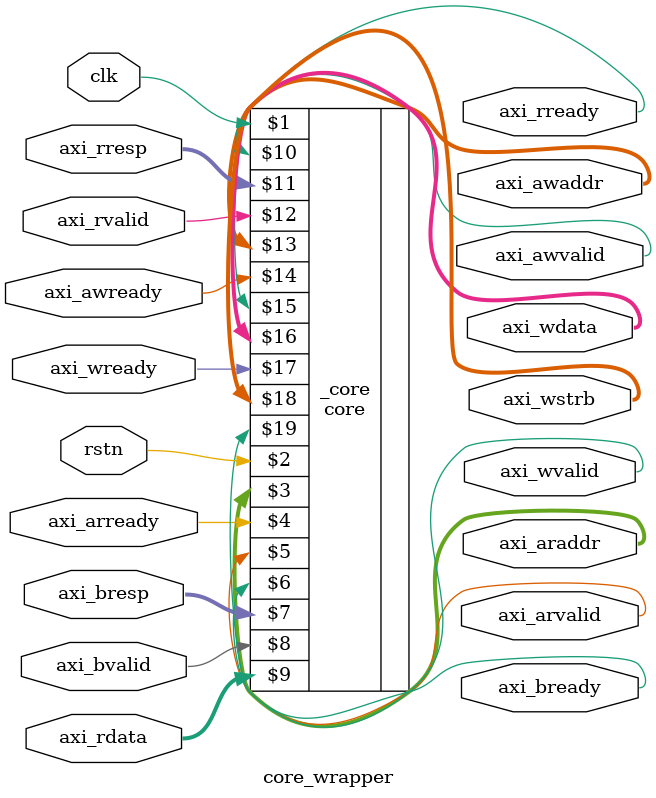
<source format=v>
module core_wrapper
  (input wire clk, 
   input wire rstn,
   
   // Bus for MMU
   // address read channel
   output wire [31:0] axi_araddr,
   input wire        axi_arready,
   output wire        axi_arvalid,

   // response channel
   output wire        axi_bready,
   input wire [1:0]  axi_bresp,
   input wire        axi_bvalid,

   // read data channel
   input wire [31:0] axi_rdata,
   output wire        axi_rready,
   input wire [1:0]  axi_rresp,
   input wire        axi_rvalid,

   // address write channel
   output wire [31:0] axi_awaddr,
   input wire        axi_awready,
   output wire        axi_awvalid,

   // data write channel
   output wire [31:0] axi_wdata,
   input wire        axi_wready,
   output wire [3:0]  axi_wstrb,
   output wire        axi_wvalid);
   
   core _core(clk, rstn,
              axi_araddr, axi_arready, axi_arvalid, axi_bready, axi_bresp, axi_bvalid, axi_rdata, axi_rready, axi_rresp, axi_rvalid, axi_awaddr, axi_awready, axi_awvalid, axi_wdata, axi_wready, axi_wstrb, axi_wvalid);   
endmodule

</source>
